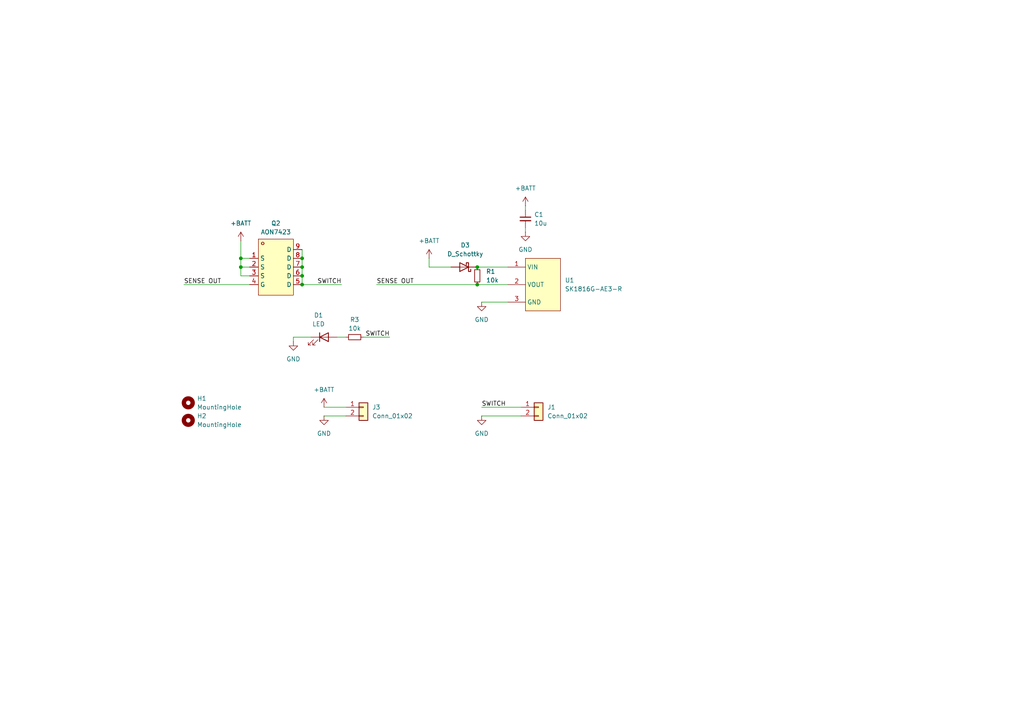
<source format=kicad_sch>
(kicad_sch (version 20231120) (generator "eeschema") (generator_version "8.0")
  (paper "A4")
  (lib_symbols
    (symbol ".kicad_sym:AON7423"
      (property "Reference" "Q" (at 0 10.16 0))
      (property "Value" "AON7423" (at 0 -10.16 0))
      (symbol "AON7423_0_1"
        (rectangle (start -5.08 8.13) (end 5.08 -8.13) (fill (type background)))
        (circle (center -3.81 6.86) (radius 0.38))
        (circle (center -3.81 6.86) (radius 0.38))
        (pin unspecified line (at -7.62 2.54 0) (length 2.54) (name "S") (number "1"))
        (pin unspecified line (at -7.62 0 0) (length 2.54) (name "S") (number "2"))
        (pin unspecified line (at -7.62 -2.54 0) (length 2.54) (name "S") (number "3"))
        (pin unspecified line (at -7.62 -5.08 0) (length 2.54) (name "G") (number "4"))
        (pin unspecified line (at 7.62 -5.08 180) (length 2.54) (name "D") (number "5"))
        (pin unspecified line (at 7.62 -2.54 180) (length 2.54) (name "D") (number "6"))
        (pin unspecified line (at 7.62 0 180) (length 2.54) (name "D") (number "7"))
        (pin unspecified line (at 7.62 2.54 180) (length 2.54) (name "D") (number "8"))
        (pin unspecified line (at 7.62 5.08 180) (length 2.54) (name "D") (number "9"))
      )
    )
    (symbol ".kicad_sym:SK1816G-AE3-R"
      (property "Reference" "U" (at 0 10.16 0))
      (property "Value" "SK1816G-AE3-R" (at 0 -10.16 0))
      (symbol "SK1816G-AE3-R_0_1"
        (rectangle (start -2.54 7.62) (end 7.62 -7.62) (fill (type background)))
        (pin unspecified line (at -7.62 5.08 0) (length 5.08) (name "VIN") (number "1"))
        (pin unspecified line (at -7.62 0 0) (length 5.08) (name "VOUT") (number "2"))
        (pin unspecified line (at -7.62 -5.08 0) (length 5.08) (name "GND") (number "3"))
      )
    )
    (symbol "Connector_Generic:Conn_01x02" (pin_names (offset 1.016) hide)
      (property "Reference" "J" (at 0 2.54 0))
      (property "Value" "Conn_01x02" (at 0 -5.08 0))
      (symbol "Conn_01x02_1_1"
        (rectangle (start -1.27 -2.413) (end 0 -2.667) (stroke (width 0.1524)))
        (rectangle (start -1.27 0.127) (end 0 -0.127) (stroke (width 0.1524)))
        (rectangle (start -1.27 1.27) (end 1.27 -3.81) (stroke (width 0.254)) (fill (type background)))
        (pin passive line (at -5.08 0 0) (length 3.81) (name "Pin_1") (number "1"))
        (pin passive line (at -5.08 -2.54 0) (length 3.81) (name "Pin_2") (number "2"))
      )
    )
    (symbol "Device:C_Small" (pin_numbers hide) (pin_names (offset 0.254) hide)
      (property "Reference" "C" (at 0.254 1.778 0))
      (property "Value" "C_Small" (at 0.254 -2.032 0))
      (symbol "C_Small_0_1"
        (polyline (pts (xy -1.524 -0.508) (xy 1.524 -0.508)) (stroke (width 0.3302)))
        (polyline (pts (xy -1.524 0.508) (xy 1.524 0.508)) (stroke (width 0.3048)))
      )
      (symbol "C_Small_1_1"
        (pin passive line (at 0 2.54 270) (length 2.032) (name "~") (number "1"))
        (pin passive line (at 0 -2.54 90) (length 2.032) (name "~") (number "2"))
      )
    )
    (symbol "Device:D_Schottky" (pin_numbers hide) (pin_names (offset 1.016) hide)
      (property "Reference" "D" (at 0 2.54 0))
      (property "Value" "D_Schottky" (at 0 -2.54 0))
      (symbol "D_Schottky_0_1"
        (polyline (pts (xy 1.27 0) (xy -1.27 0)))
        (polyline (pts (xy 1.27 1.27) (xy 1.27 -1.27) (xy -1.27 0) (xy 1.27 1.27)) (stroke (width 0.254)))
        (polyline (pts (xy -1.905 0.635) (xy -1.905 1.27) (xy -1.27 1.27) (xy -1.27 -1.27) (xy -0.635 -1.27) (xy -0.635 -0.635)) (stroke (width 0.254)))
      )
      (symbol "D_Schottky_1_1"
        (pin passive line (at -3.81 0 0) (length 2.54) (name "K") (number "1"))
        (pin passive line (at 3.81 0 180) (length 2.54) (name "A") (number "2"))
      )
    )
    (symbol "Device:LED" (pin_numbers hide) (pin_names (offset 1.016) hide)
      (property "Reference" "D" (at 0 2.54 0))
      (property "Value" "LED" (at 0 -2.54 0))
      (symbol "LED_0_1"
        (polyline (pts (xy -1.27 -1.27) (xy -1.27 1.27)) (stroke (width 0.254)))
        (polyline (pts (xy -1.27 0) (xy 1.27 0)))
        (polyline (pts (xy 1.27 -1.27) (xy 1.27 1.27) (xy -1.27 0) (xy 1.27 -1.27)) (stroke (width 0.254)))
        (polyline (pts (xy -3.048 -0.762) (xy -4.572 -2.286) (xy -3.81 -2.286) (xy -4.572 -2.286) (xy -4.572 -1.524)))
        (polyline (pts (xy -1.778 -0.762) (xy -3.302 -2.286) (xy -2.54 -2.286) (xy -3.302 -2.286) (xy -3.302 -1.524)))
      )
      (symbol "LED_1_1"
        (pin passive line (at -3.81 0 0) (length 2.54) (name "K") (number "1"))
        (pin passive line (at 3.81 0 180) (length 2.54) (name "A") (number "2"))
      )
    )
    (symbol "Device:R_Small" (pin_numbers hide) (pin_names (offset 0.254) hide)
      (property "Reference" "R" (at 0.762 0.508 0))
      (property "Value" "R_Small" (at 0.762 -1.016 0))
      (symbol "R_Small_0_1"
        (rectangle (start -0.762 1.778) (end 0.762 -1.778) (stroke (width 0.2032)))
      )
      (symbol "R_Small_1_1"
        (pin passive line (at 0 2.54 270) (length 0.762) (name "~") (number "1"))
        (pin passive line (at 0 -2.54 90) (length 0.762) (name "~") (number "2"))
      )
    )
    (symbol "Mechanical:MountingHole" (pin_names (offset 1.016))
      (property "Reference" "H" (at 0 5.08 0))
      (property "Value" "MountingHole" (at 0 3.175 0))
      (symbol "MountingHole_0_1"
        (circle (center 0 0) (radius 1.27) (stroke (width 1.27)))
      )
    )
    (symbol "power:+BATT" (power) (pin_numbers hide) (pin_names (offset 0) hide)
      (property "Value" "+BATT" (at 0 3.556 0))
      (symbol "+BATT_0_1"
        (polyline (pts (xy -0.762 1.27) (xy 0 2.54)))
        (polyline (pts (xy 0 0) (xy 0 2.54)))
        (polyline (pts (xy 0 2.54) (xy 0.762 1.27)))
      )
      (symbol "+BATT_1_1"
        (pin power_in line (at 0 0 90) (length 0) (name "~") (number "1"))
      )
    )
    (symbol "power:GND" (power) (pin_numbers hide) (pin_names (offset 0) hide)
      (property "Value" "GND" (at 0 -3.81 0))
      (symbol "GND_0_1"
        (polyline (pts (xy 0 0) (xy 0 -1.27) (xy 1.27 -1.27) (xy 0 -2.54) (xy -1.27 -1.27) (xy 0 -1.27)))
      )
      (symbol "GND_1_1"
        (pin power_in line (at 0 0 270) (length 0) (name "~") (number "1"))
      )
    )
  )
  (junction (at 87.63 77.47))
  (junction (at 87.63 74.93))
  (junction (at 87.63 80.01))
  (junction (at 69.85 74.93))
  (junction (at 69.85 77.47))
  (junction (at 87.63 82.55))
  (junction (at 138.43 77.47))
  (junction (at 138.43 82.55))
  (wire (pts (xy 69.85 80.01) (xy 72.39 80.01)))
  (wire (pts (xy 69.85 77.47) (xy 72.39 77.47)))
  (wire (pts (xy 53.34 82.55) (xy 72.39 82.55)))
  (wire (pts (xy 109.22 82.55) (xy 138.43 82.55)))
  (wire (pts (xy 152.4 59.69) (xy 152.4 60.96)))
  (wire (pts (xy 152.4 67.31) (xy 152.4 66.04)))
  (wire (pts (xy 87.63 72.39) (xy 87.63 74.93)))
  (wire (pts (xy 93.98 120.65) (xy 100.33 120.65)))
  (wire (pts (xy 87.63 80.01) (xy 87.63 82.55)))
  (wire (pts (xy 105.41 97.79) (xy 113.03 97.79)))
  (wire (pts (xy 139.7 118.11) (xy 151.13 118.11)))
  (wire (pts (xy 138.43 77.47) (xy 147.32 77.47)))
  (wire (pts (xy 138.43 82.55) (xy 147.32 82.55)))
  (wire (pts (xy 139.7 87.63) (xy 147.32 87.63)))
  (wire (pts (xy 124.46 77.47) (xy 130.81 77.47)))
  (wire (pts (xy 139.7 120.65) (xy 151.13 120.65)))
  (wire (pts (xy 124.46 74.93) (xy 124.46 77.47)))
  (wire (pts (xy 97.79 97.79) (xy 100.33 97.79)))
  (wire (pts (xy 85.09 97.79) (xy 90.17 97.79)))
  (wire (pts (xy 85.09 99.06) (xy 85.09 97.79)))
  (wire (pts (xy 87.63 77.47) (xy 87.63 80.01)))
  (wire (pts (xy 69.85 74.93) (xy 72.39 74.93)))
  (wire (pts (xy 69.85 69.85) (xy 69.85 74.93)))
  (wire (pts (xy 87.63 82.55) (xy 99.06 82.55)))
  (wire (pts (xy 69.85 77.47) (xy 69.85 80.01)))
  (wire (pts (xy 87.63 74.93) (xy 87.63 77.47)))
  (wire (pts (xy 93.98 118.11) (xy 100.33 118.11)))
  (wire (pts (xy 69.85 74.93) (xy 69.85 77.47)))
  (label "SENSE OUT" (at 53.34 82.55 0))
  (label "SENSE OUT" (at 109.22 82.55 0))
  (label "SWITCH" (at 113.03 97.79 180))
  (label "SWITCH" (at 99.06 82.55 180))
  (label "SWITCH" (at 139.7 118.11 0))
  (symbol (lib_id "Mechanical:MountingHole") (at 54.61 116.84 0) (unit 1) (in_bom no)
    (property "Reference" "H1" (at 57.15 115.5699 0) (effects (justify left)))
    (property "Value" "MountingHole" (at 57.15 118.1099 0) (effects (justify left)))
    (property "Footprint" "MountingHole:MountingHole_3.2mm_M3" (effects (hide yes)))
    (property "Description" "Mounting Hole without connection" (effects (hide yes)))
  )
  (symbol (lib_id "Connector_Generic:Conn_01x02") (at 105.41 118.11 0) (unit 1) (in_bom no)
    (property "Reference" "J3" (at 107.95 118.1099 0) (effects (justify left)))
    (property "Value" "Conn_01x02" (at 107.95 120.6499 0) (effects (justify left)))
    (property "Footprint" "Connector_PinHeader_2.54mm:PinHeader_1x02_P2.54mm_Vertical" (effects (hide yes)))
    (property "Description" "Generic connector, single row, 01x02, script generated (kicad-library-utils/schlib/autogen/connector/)" (effects (hide yes)))
  )
  (symbol (lib_id "Device:D_Schottky") (at 134.62 77.47 180) (unit 1)
    (property "Reference" "D3" (at 134.9375 71.12 0))
    (property "Value" "D_Schottky" (at 134.9375 73.66 0))
    (property "Footprint" "Diode_SMD:D_SOD-523" (effects (hide yes)))
    (property "Description" "Schottky diode" (effects (hide yes)))
    (property "LCSC Part" "C2936038" (effects (hide yes)))
  )
  (symbol (lib_id "power:GND") (at 85.09 99.06 0) (unit 1)
    (property "Reference" "#PWR09" (effects (hide yes)))
    (property "Value" "GND" (at 85.09 104.14 0))
    (property "Description" "Power symbol creates a global label with name \"GND\" , ground" (effects (hide yes)))
  )
  (symbol (lib_id ".kicad_sym:AON7423") (at 80.01 77.47 0) (unit 1)
    (property "Reference" "Q2" (at 80.01 64.77 0))
    (property "Value" "AON7423" (at 80.01 67.31 0))
    (property "Footprint" ".pretty:DFN-8_L3.0-W3.0-P0.65-BL" (effects (hide yes)))
    (property "Datasheet" "https://lcsc.com/product-detail/MOSFET_AOS_AON7423_AON7423_C99711.html" (effects (hide yes)))
    (property "LCSC Part" "C99711" (effects (hide yes)))
  )
  (symbol (lib_id "power:GND") (at 152.4 67.31 0) (unit 1)
    (property "Reference" "#PWR08" (effects (hide yes)))
    (property "Value" "GND" (at 152.4 72.39 0))
    (property "Description" "Power symbol creates a global label with name \"GND\" , ground" (effects (hide yes)))
  )
  (symbol (lib_id "power:+BATT") (at 93.98 118.11 0) (unit 1)
    (property "Reference" "#PWR01" (effects (hide yes)))
    (property "Value" "+BATT" (at 93.98 113.03 0))
    (property "Description" "Power symbol creates a global label with name \"+BATT\"" (effects (hide yes)))
  )
  (symbol (lib_id "Device:C_Small") (at 152.4 63.5 0) (unit 1)
    (property "Reference" "C1" (at 154.94 62.2362 0) (effects (justify left)))
    (property "Value" "10u" (at 154.94 64.7762 0) (effects (justify left)))
    (property "Footprint" "Capacitor_SMD:C_0603_1608Metric" (effects (hide yes)))
    (property "Description" "Unpolarized capacitor, small symbol" (effects (hide yes)))
    (property "LCSC Part" "C96446" (effects (hide yes)))
  )
  (symbol (lib_id "power:+BATT") (at 69.85 69.85 0) (unit 1)
    (property "Reference" "#PWR06" (effects (hide yes)))
    (property "Value" "+BATT" (at 69.85 64.77 0))
    (property "Description" "Power symbol creates a global label with name \"+BATT\"" (effects (hide yes)))
  )
  (symbol (lib_id "Device:R_Small") (at 102.87 97.79 90) (unit 1)
    (property "Reference" "R3" (at 102.87 92.71 90))
    (property "Value" "10k" (at 102.87 95.25 90))
    (property "Footprint" "Resistor_SMD:R_0402_1005Metric" (effects (hide yes)))
    (property "Description" "Resistor, small symbol" (effects (hide yes)))
    (property "LCSC Part" "C25744" (effects (hide yes)))
  )
  (symbol (lib_id "Connector_Generic:Conn_01x02") (at 156.21 118.11 0) (unit 1) (in_bom no)
    (property "Reference" "J1" (at 158.75 118.1099 0) (effects (justify left)))
    (property "Value" "Conn_01x02" (at 158.75 120.6499 0) (effects (justify left)))
    (property "Footprint" "Connector_PinHeader_2.54mm:PinHeader_1x02_P2.54mm_Vertical" (effects (hide yes)))
    (property "Description" "Generic connector, single row, 01x02, script generated (kicad-library-utils/schlib/autogen/connector/)" (effects (hide yes)))
  )
  (symbol (lib_id "power:+BATT") (at 152.4 59.69 0) (unit 1)
    (property "Reference" "#PWR07" (effects (hide yes)))
    (property "Value" "+BATT" (at 152.4 54.61 0))
    (property "Description" "Power symbol creates a global label with name \"+BATT\"" (effects (hide yes)))
  )
  (symbol (lib_id "Device:R_Small") (at 138.43 80.01 0) (unit 1)
    (property "Reference" "R1" (at 140.97 78.7399 0) (effects (justify left)))
    (property "Value" "10k" (at 140.97 81.2799 0) (effects (justify left)))
    (property "Footprint" "Resistor_SMD:R_0603_1608Metric" (effects (hide yes)))
    (property "Description" "Resistor, small symbol" (effects (hide yes)))
    (property "LCSC Part" "C25744" (effects (hide yes)))
  )
  (symbol (lib_id "Mechanical:MountingHole") (at 54.61 121.92 0) (unit 1) (in_bom no)
    (property "Reference" "H2" (at 57.15 120.6499 0) (effects (justify left)))
    (property "Value" "MountingHole" (at 57.15 123.1899 0) (effects (justify left)))
    (property "Footprint" "MountingHole:MountingHole_3.2mm_M3" (effects (hide yes)))
    (property "Description" "Mounting Hole without connection" (effects (hide yes)))
  )
  (symbol (lib_id "power:GND") (at 93.98 120.65 0) (unit 1)
    (property "Reference" "#PWR02" (effects (hide yes)))
    (property "Value" "GND" (at 93.98 125.73 0))
    (property "Description" "Power symbol creates a global label with name \"GND\" , ground" (effects (hide yes)))
  )
  (symbol (lib_id "power:GND") (at 139.7 87.63 0) (unit 1)
    (property "Reference" "#PWR05" (effects (hide yes)))
    (property "Value" "GND" (at 139.7 92.71 0))
    (property "Description" "Power symbol creates a global label with name \"GND\" , ground" (effects (hide yes)))
  )
  (symbol (lib_id "power:+BATT") (at 124.46 74.93 0) (unit 1)
    (property "Reference" "#PWR04" (effects (hide yes)))
    (property "Value" "+BATT" (at 124.46 69.85 0))
    (property "Description" "Power symbol creates a global label with name \"+BATT\"" (effects (hide yes)))
  )
  (symbol (lib_id ".kicad_sym:SK1816G-AE3-R") (at 154.94 82.55 0) (unit 1)
    (property "Reference" "U1" (at 163.83 81.2799 0) (effects (justify left)))
    (property "Value" "SK1816G-AE3-R" (at 163.83 83.8199 0) (effects (justify left)))
    (property "Footprint" "Package_TO_SOT_SMD:SOT-23-3" (effects (hide yes)))
    (property "Datasheet" "https://lcsc.com/product-detail/Sensors_SK1816G-AE3-R_C75517.html" (effects (hide yes)))
    (property "LCSC Part" "C75517" (effects (hide yes)))
  )
  (symbol (lib_id "power:GND") (at 139.7 120.65 0) (unit 1)
    (property "Reference" "#PWR03" (effects (hide yes)))
    (property "Value" "GND" (at 139.7 125.73 0))
    (property "Description" "Power symbol creates a global label with name \"GND\" , ground" (effects (hide yes)))
  )
  (symbol (lib_id "Device:LED") (at 93.98 97.79 0) (unit 1)
    (property "Reference" "D1" (at 92.3925 91.44 0))
    (property "Value" "LED" (at 92.3925 93.98 0))
    (property "Footprint" "LED_SMD:LED_0603_1608Metric" (effects (hide yes)))
    (property "Description" "Light emitting diode" (effects (hide yes)))
    (property "LCSC Part" "C72041" (effects (hide yes)))
  )
)
</source>
